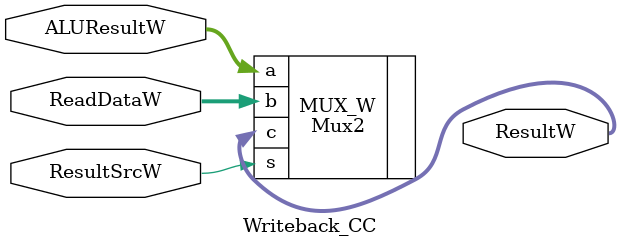
<source format=v>
`timescale 1ns / 1ps


module Writeback_CC(
	input ResultSrcW,
	input [31:0] ALUResultW,ReadDataW,
	output [31:0] ResultW
    );

	Mux2 MUX_W (
		 .a(ALUResultW), 
		 .b(ReadDataW), 
		 .s(ResultSrcW), 
		 .c(ResultW)
		 );

endmodule
</source>
